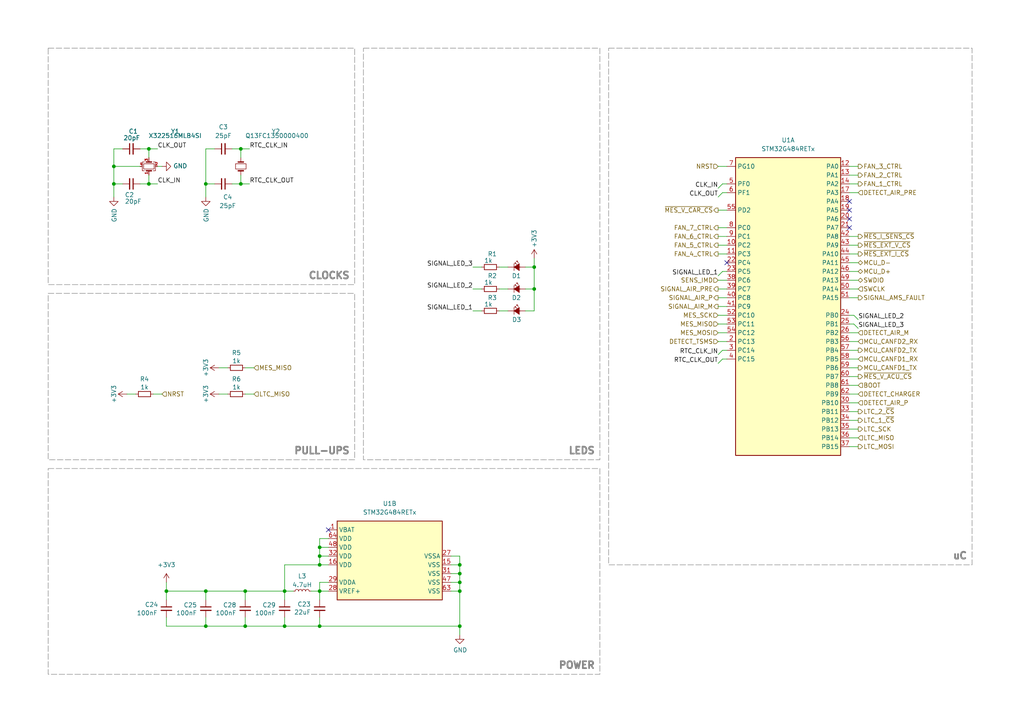
<source format=kicad_sch>
(kicad_sch (version 20231120) (generator "eeschema") (generator_version "8.0")
  (paper "A4")
  (lib_symbols
    (symbol "+3.3V_1" (power) (pin_names (offset 0))
      (property "Value" "+3.3V" (at 0 3.556 0))
      (symbol "+3.3V_1_0_1"
        (polyline (pts (xy -0.762 1.27) (xy 0 2.54)))
        (polyline (pts (xy 0 0) (xy 0 2.54)))
        (polyline (pts (xy 0 2.54) (xy 0.762 1.27)))
      )
      (symbol "+3.3V_1_1_1"
        (pin power_in line (at 0 0 90) (length 0) hide (name "+3V3") (number "1"))
      )
    )
    (symbol "+3.3V_2" (power) (pin_names (offset 0))
      (property "Value" "+3.3V" (at 0 3.556 0))
      (symbol "+3.3V_2_0_1"
        (polyline (pts (xy -0.762 1.27) (xy 0 2.54)))
        (polyline (pts (xy 0 0) (xy 0 2.54)))
        (polyline (pts (xy 0 2.54) (xy 0.762 1.27)))
      )
      (symbol "+3.3V_2_1_1"
        (pin power_in line (at 0 0 90) (length 0) hide (name "+3V3") (number "1"))
      )
    )
    (symbol "+3.3V_3" (power) (pin_names (offset 0))
      (property "Value" "+3.3V" (at 0 3.556 0))
      (symbol "+3.3V_3_0_1"
        (polyline (pts (xy -0.762 1.27) (xy 0 2.54)))
        (polyline (pts (xy 0 0) (xy 0 2.54)))
        (polyline (pts (xy 0 2.54) (xy 0.762 1.27)))
      )
      (symbol "+3.3V_3_1_1"
        (pin power_in line (at 0 0 90) (length 0) hide (name "+3V3") (number "1"))
      )
    )
    (symbol "+3.3V_4" (power) (pin_names (offset 0))
      (property "Value" "+3.3V" (at 0 3.556 0))
      (symbol "+3.3V_4_0_1"
        (polyline (pts (xy -0.762 1.27) (xy 0 2.54)))
        (polyline (pts (xy 0 0) (xy 0 2.54)))
        (polyline (pts (xy 0 2.54) (xy 0.762 1.27)))
      )
      (symbol "+3.3V_4_1_1"
        (pin power_in line (at 0 0 90) (length 0) hide (name "+3V3") (number "1"))
      )
    )
    (symbol "Device:C_Small" (pin_numbers hide) (pin_names (offset 0.254) hide)
      (property "Reference" "C" (at 0.254 1.778 0))
      (property "Value" "C_Small" (at 0.254 -2.032 0))
      (symbol "C_Small_0_1"
        (polyline (pts (xy -1.524 -0.508) (xy 1.524 -0.508)) (stroke (width 0.3302)))
        (polyline (pts (xy -1.524 0.508) (xy 1.524 0.508)) (stroke (width 0.3048)))
      )
      (symbol "C_Small_1_1"
        (pin passive line (at 0 2.54 270) (length 2.032) (name "~") (number "1"))
        (pin passive line (at 0 -2.54 90) (length 2.032) (name "~") (number "2"))
      )
    )
    (symbol "Device:Crystal_GND24_Small" (pin_names (offset 1.016) hide)
      (property "Reference" "Y" (at 1.27 4.445 0))
      (property "Value" "Crystal_GND24_Small" (at 1.27 2.54 0))
      (symbol "Crystal_GND24_Small_0_1"
        (rectangle (start -0.762 -1.524) (end 0.762 1.524))
        (polyline (pts (xy -1.27 -0.762) (xy -1.27 0.762)) (stroke (width 0.381)))
        (polyline (pts (xy 1.27 -0.762) (xy 1.27 0.762)) (stroke (width 0.381)))
        (polyline (pts (xy -1.27 -1.27) (xy -1.27 -1.905) (xy 1.27 -1.905) (xy 1.27 -1.27)))
        (polyline (pts (xy -1.27 1.27) (xy -1.27 1.905) (xy 1.27 1.905) (xy 1.27 1.27)))
      )
      (symbol "Crystal_GND24_Small_1_1"
        (pin passive line (at -2.54 0 0) (length 1.27) (name "1") (number "1"))
        (pin passive line (at 0 -2.54 90) (length 0.635) (name "2") (number "2"))
        (pin passive line (at 2.54 0 180) (length 1.27) (name "3") (number "3"))
        (pin passive line (at 0 2.54 270) (length 0.635) (name "4") (number "4"))
      )
    )
    (symbol "Device:Crystal_Small" (pin_numbers hide) (pin_names (offset 1.016) hide)
      (property "Reference" "Y" (at 0 2.54 0))
      (property "Value" "Crystal_Small" (at 0 -2.54 0))
      (symbol "Crystal_Small_0_1"
        (rectangle (start -0.762 -1.524) (end 0.762 1.524))
        (polyline (pts (xy -1.27 -0.762) (xy -1.27 0.762)) (stroke (width 0.381)))
        (polyline (pts (xy 1.27 -0.762) (xy 1.27 0.762)) (stroke (width 0.381)))
      )
      (symbol "Crystal_Small_1_1"
        (pin passive line (at -2.54 0 0) (length 1.27) (name "1") (number "1"))
        (pin passive line (at 2.54 0 180) (length 1.27) (name "2") (number "2"))
      )
    )
    (symbol "Device:LED_Small_ALT" (pin_numbers hide) (pin_names (offset 0.254) hide)
      (property "Reference" "D" (at -1.27 3.175 0))
      (property "Value" "Device_LED_Small_ALT" (at -4.445 -2.54 0))
      (symbol "LED_Small_ALT_0_1"
        (polyline (pts (xy -0.762 -1.016) (xy -0.762 1.016)))
        (polyline (pts (xy 1.016 0) (xy -0.762 0)))
        (polyline (pts (xy 0.762 -1.016) (xy -0.762 0) (xy 0.762 1.016) (xy 0.762 -1.016)) (fill (type outline)))
        (polyline (pts (xy 0 0.762) (xy -0.508 1.27) (xy -0.254 1.27) (xy -0.508 1.27) (xy -0.508 1.016)))
        (polyline (pts (xy 0.508 1.27) (xy 0 1.778) (xy 0.254 1.778) (xy 0 1.778) (xy 0 1.524)))
      )
      (symbol "LED_Small_ALT_1_1"
        (pin passive line (at -2.54 0 0) (length 1.778) (name "K") (number "1"))
        (pin passive line (at 2.54 0 180) (length 1.778) (name "A") (number "2"))
      )
    )
    (symbol "Device:L_Small" (pin_numbers hide) (pin_names (offset 0.254) hide)
      (property "Reference" "L" (at 0.762 1.016 0))
      (property "Value" "L_Small" (at 0.762 -1.016 0))
      (symbol "L_Small_0_1"
        (arc (start 0 -2.032) (mid 0.5058 -1.524) (end 0 -1.016))
        (arc (start 0 -1.016) (mid 0.5058 -0.508) (end 0 0))
        (arc (start 0 0) (mid 0.5058 0.508) (end 0 1.016))
        (arc (start 0 1.016) (mid 0.5058 1.524) (end 0 2.032))
      )
      (symbol "L_Small_1_1"
        (pin passive line (at 0 2.54 270) (length 0.508) (name "~") (number "1"))
        (pin passive line (at 0 -2.54 90) (length 0.508) (name "~") (number "2"))
      )
    )
    (symbol "Device:R_Small" (pin_numbers hide) (pin_names (offset 0.254) hide)
      (property "Reference" "R" (at 0.762 0.508 0))
      (property "Value" "R_Small" (at 0.762 -1.016 0))
      (symbol "R_Small_0_1"
        (rectangle (start -0.762 1.778) (end 0.762 -1.778) (stroke (width 0.2032)))
      )
      (symbol "R_Small_1_1"
        (pin passive line (at 0 2.54 270) (length 0.762) (name "~") (number "1"))
        (pin passive line (at 0 -2.54 90) (length 0.762) (name "~") (number "2"))
      )
    )
    (symbol "GND_1" (power) (pin_names (offset 0))
      (property "Value" "GND" (at 0 -3.81 0))
      (symbol "GND_1_0_1"
        (polyline (pts (xy 0 0) (xy 0 -1.27) (xy 1.27 -1.27) (xy 0 -2.54) (xy -1.27 -1.27) (xy 0 -1.27)))
      )
      (symbol "GND_1_1_1"
        (pin power_in line (at 0 0 270) (length 0) hide (name "GND") (number "1"))
      )
    )
    (symbol "GND_2" (power) (pin_names (offset 0))
      (property "Value" "GND" (at 0 -3.81 0))
      (symbol "GND_2_0_1"
        (polyline (pts (xy 0 0) (xy 0 -1.27) (xy 1.27 -1.27) (xy 0 -2.54) (xy -1.27 -1.27) (xy 0 -1.27)))
      )
      (symbol "GND_2_1_1"
        (pin power_in line (at 0 0 270) (length 0) hide (name "GND") (number "1"))
      )
    )
    (symbol "GND_3" (power) (pin_names (offset 0))
      (property "Value" "GND" (at 0 -3.81 0))
      (symbol "GND_3_0_1"
        (polyline (pts (xy 0 0) (xy 0 -1.27) (xy 1.27 -1.27) (xy 0 -2.54) (xy -1.27 -1.27) (xy 0 -1.27)))
      )
      (symbol "GND_3_1_1"
        (pin power_in line (at 0 0 270) (length 0) hide (name "GND") (number "1"))
      )
    )
    (symbol "MCU_ST_STM32G4:STM32G484RETx"
      (property "Reference" "U1" (at 0 16.51 0))
      (property "Value" "STM32G484RETx" (at 0 13.97 0))
      (symbol "STM32G484RETx_1_1"
        (rectangle (start -15.24 43.18) (end 15.24 -43.18) (stroke (width 0.254)) (fill (type background)))
        (pin bidirectional line (at -17.78 17.78 0) (length 2.54) (name "PC2") (number "10"))
        (pin bidirectional line (at -17.78 15.24 0) (length 2.54) (name "PC3") (number "11"))
        (pin bidirectional line (at 17.78 40.64 180) (length 2.54) (name "PA0") (number "12"))
        (pin bidirectional line (at 17.78 38.1 180) (length 2.54) (name "PA1") (number "13"))
        (pin bidirectional line (at 17.78 35.56 180) (length 2.54) (name "PA2") (number "14"))
        (pin bidirectional line (at 17.78 33.02 180) (length 2.54) (name "PA3") (number "17"))
        (pin bidirectional line (at 17.78 30.48 180) (length 2.54) (name "PA4") (number "18"))
        (pin bidirectional line (at 17.78 27.94 180) (length 2.54) (name "PA5") (number "19"))
        (pin bidirectional line (at -17.78 -10.16 0) (length 2.54) (name "PC13") (number "2"))
        (pin bidirectional line (at 17.78 25.4 180) (length 2.54) (name "PA6") (number "20"))
        (pin bidirectional line (at 17.78 22.86 180) (length 2.54) (name "PA7") (number "21"))
        (pin bidirectional line (at -17.78 12.7 0) (length 2.54) (name "PC4") (number "22"))
        (pin bidirectional line (at -17.78 10.16 0) (length 2.54) (name "PC5") (number "23"))
        (pin bidirectional line (at 17.78 -2.54 180) (length 2.54) (name "PB0") (number "24"))
        (pin bidirectional line (at 17.78 -5.08 180) (length 2.54) (name "PB1") (number "25"))
        (pin bidirectional line (at 17.78 -7.62 180) (length 2.54) (name "PB2") (number "26"))
        (pin bidirectional line (at -17.78 -12.7 0) (length 2.54) (name "PC14") (number "3"))
        (pin bidirectional line (at 17.78 -27.94 180) (length 2.54) (name "PB10") (number "30"))
        (pin bidirectional line (at 17.78 -30.48 180) (length 2.54) (name "PB11") (number "33"))
        (pin bidirectional line (at 17.78 -33.02 180) (length 2.54) (name "PB12") (number "34"))
        (pin bidirectional line (at 17.78 -35.56 180) (length 2.54) (name "PB13") (number "35"))
        (pin bidirectional line (at 17.78 -38.1 180) (length 2.54) (name "PB14") (number "36"))
        (pin bidirectional line (at 17.78 -40.64 180) (length 2.54) (name "PB15") (number "37"))
        (pin bidirectional line (at -17.78 7.62 0) (length 2.54) (name "PC6") (number "38"))
        (pin bidirectional line (at -17.78 5.08 0) (length 2.54) (name "PC7") (number "39"))
        (pin bidirectional line (at -17.78 -15.24 0) (length 2.54) (name "PC15") (number "4"))
        (pin bidirectional line (at -17.78 2.54 0) (length 2.54) (name "PC8") (number "40"))
        (pin bidirectional line (at -17.78 0 0) (length 2.54) (name "PC9") (number "41"))
        (pin bidirectional line (at 17.78 20.32 180) (length 2.54) (name "PA8") (number "42"))
        (pin bidirectional line (at 17.78 17.78 180) (length 2.54) (name "PA9") (number "43"))
        (pin bidirectional line (at 17.78 15.24 180) (length 2.54) (name "PA10") (number "44"))
        (pin bidirectional line (at 17.78 12.7 180) (length 2.54) (name "PA11") (number "45"))
        (pin bidirectional line (at 17.78 10.16 180) (length 2.54) (name "PA12") (number "46"))
        (pin bidirectional line (at 17.78 7.62 180) (length 2.54) (name "PA13") (number "49"))
        (pin bidirectional line (at -17.78 35.56 0) (length 2.54) (name "PF0") (number "5"))
        (pin bidirectional line (at 17.78 5.08 180) (length 2.54) (name "PA14") (number "50"))
        (pin bidirectional line (at 17.78 2.54 180) (length 2.54) (name "PA15") (number "51"))
        (pin bidirectional line (at -17.78 -2.54 0) (length 2.54) (name "PC10") (number "52"))
        (pin bidirectional line (at -17.78 -5.08 0) (length 2.54) (name "PC11") (number "53"))
        (pin bidirectional line (at -17.78 -7.62 0) (length 2.54) (name "PC12") (number "54"))
        (pin bidirectional line (at -17.78 27.94 0) (length 2.54) (name "PD2") (number "55"))
        (pin bidirectional line (at 17.78 -10.16 180) (length 2.54) (name "PB3") (number "56"))
        (pin bidirectional line (at 17.78 -12.7 180) (length 2.54) (name "PB4") (number "57"))
        (pin bidirectional line (at 17.78 -15.24 180) (length 2.54) (name "PB5") (number "58"))
        (pin bidirectional line (at 17.78 -17.78 180) (length 2.54) (name "PB6") (number "59"))
        (pin bidirectional line (at -17.78 33.02 0) (length 2.54) (name "PF1") (number "6"))
        (pin bidirectional line (at 17.78 -20.32 180) (length 2.54) (name "PB7") (number "60"))
        (pin bidirectional line (at 17.78 -22.86 180) (length 2.54) (name "PB8") (number "61"))
        (pin bidirectional line (at 17.78 -25.4 180) (length 2.54) (name "PB9") (number "62"))
        (pin bidirectional line (at -17.78 40.64 0) (length 2.54) (name "PG10") (number "7"))
        (pin bidirectional line (at -17.78 22.86 0) (length 2.54) (name "PC0") (number "8"))
        (pin bidirectional line (at -17.78 20.32 0) (length 2.54) (name "PC1") (number "9"))
      )
      (symbol "STM32G484RETx_2_1"
        (rectangle (start -15.24 11.43) (end 15.24 -11.43) (stroke (width 0.254)) (fill (type background)))
        (pin power_in line (at -17.78 8.89 0) (length 2.54) (name "VBAT") (number "1"))
        (pin power_in line (at 17.78 -1.27 180) (length 2.54) (name "VSS") (number "15"))
        (pin power_in line (at -17.78 -1.27 0) (length 2.54) (name "VDD") (number "16"))
        (pin power_in line (at 17.78 1.27 180) (length 2.54) (name "VSSA") (number "27"))
        (pin input line (at -17.78 -8.89 0) (length 2.54) (name "VREF+") (number "28"))
        (pin power_in line (at -17.78 -6.35 0) (length 2.54) (name "VDDA") (number "29"))
        (pin passive line (at 17.78 -3.81 180) (length 2.54) (name "VSS") (number "31"))
        (pin power_in line (at -17.78 1.27 0) (length 2.54) (name "VDD") (number "32"))
        (pin passive line (at 17.78 -6.35 180) (length 2.54) (name "VSS") (number "47"))
        (pin power_in line (at -17.78 3.81 0) (length 2.54) (name "VDD") (number "48"))
        (pin passive line (at 17.78 -8.89 180) (length 2.54) (name "VSS") (number "63"))
        (pin power_in line (at -17.78 6.35 0) (length 2.54) (name "VDD") (number "64"))
      )
    )
    (symbol "STM32G484RETx_1"
      (property "Reference" "U1" (at 0 16.51 0))
      (property "Value" "STM32G484RETx" (at 0 13.97 0))
      (symbol "STM32G484RETx_1_1_1"
        (rectangle (start -15.24 43.18) (end 15.24 -43.18) (stroke (width 0.254)) (fill (type background)))
        (pin bidirectional line (at -17.78 17.78 0) (length 2.54) (name "PC2") (number "10"))
        (pin bidirectional line (at -17.78 15.24 0) (length 2.54) (name "PC3") (number "11"))
        (pin bidirectional line (at 17.78 40.64 180) (length 2.54) (name "PA0") (number "12"))
        (pin bidirectional line (at 17.78 38.1 180) (length 2.54) (name "PA1") (number "13"))
        (pin bidirectional line (at 17.78 35.56 180) (length 2.54) (name "PA2") (number "14"))
        (pin bidirectional line (at 17.78 33.02 180) (length 2.54) (name "PA3") (number "17"))
        (pin bidirectional line (at 17.78 30.48 180) (length 2.54) (name "PA4") (number "18"))
        (pin bidirectional line (at 17.78 27.94 180) (length 2.54) (name "PA5") (number "19"))
        (pin bidirectional line (at -17.78 -10.16 0) (length 2.54) (name "PC13") (number "2"))
        (pin bidirectional line (at 17.78 25.4 180) (length 2.54) (name "PA6") (number "20"))
        (pin bidirectional line (at 17.78 22.86 180) (length 2.54) (name "PA7") (number "21"))
        (pin bidirectional line (at -17.78 12.7 0) (length 2.54) (name "PC4") (number "22"))
        (pin bidirectional line (at -17.78 10.16 0) (length 2.54) (name "PC5") (number "23"))
        (pin bidirectional line (at 17.78 -2.54 180) (length 2.54) (name "PB0") (number "24"))
        (pin bidirectional line (at 17.78 -5.08 180) (length 2.54) (name "PB1") (number "25"))
        (pin bidirectional line (at 17.78 -7.62 180) (length 2.54) (name "PB2") (number "26"))
        (pin bidirectional line (at -17.78 -12.7 0) (length 2.54) (name "PC14") (number "3"))
        (pin bidirectional line (at 17.78 -27.94 180) (length 2.54) (name "PB10") (number "30"))
        (pin bidirectional line (at 17.78 -30.48 180) (length 2.54) (name "PB11") (number "33"))
        (pin bidirectional line (at 17.78 -33.02 180) (length 2.54) (name "PB12") (number "34"))
        (pin bidirectional line (at 17.78 -35.56 180) (length 2.54) (name "PB13") (number "35"))
        (pin bidirectional line (at 17.78 -38.1 180) (length 2.54) (name "PB14") (number "36"))
        (pin bidirectional line (at 17.78 -40.64 180) (length 2.54) (name "PB15") (number "37"))
        (pin bidirectional line (at -17.78 7.62 0) (length 2.54) (name "PC6") (number "38"))
        (pin bidirectional line (at -17.78 5.08 0) (length 2.54) (name "PC7") (number "39"))
        (pin bidirectional line (at -17.78 -15.24 0) (length 2.54) (name "PC15") (number "4"))
        (pin bidirectional line (at -17.78 2.54 0) (length 2.54) (name "PC8") (number "40"))
        (pin bidirectional line (at -17.78 0 0) (length 2.54) (name "PC9") (number "41"))
        (pin bidirectional line (at 17.78 20.32 180) (length 2.54) (name "PA8") (number "42"))
        (pin bidirectional line (at 17.78 17.78 180) (length 2.54) (name "PA9") (number "43"))
        (pin bidirectional line (at 17.78 15.24 180) (length 2.54) (name "PA10") (number "44"))
        (pin bidirectional line (at 17.78 12.7 180) (length 2.54) (name "PA11") (number "45"))
        (pin bidirectional line (at 17.78 10.16 180) (length 2.54) (name "PA12") (number "46"))
        (pin bidirectional line (at 17.78 7.62 180) (length 2.54) (name "PA13") (number "49"))
        (pin bidirectional line (at -17.78 35.56 0) (length 2.54) (name "PF0") (number "5"))
        (pin bidirectional line (at 17.78 5.08 180) (length 2.54) (name "PA14") (number "50"))
        (pin bidirectional line (at 17.78 2.54 180) (length 2.54) (name "PA15") (number "51"))
        (pin bidirectional line (at -17.78 -2.54 0) (length 2.54) (name "PC10") (number "52"))
        (pin bidirectional line (at -17.78 -5.08 0) (length 2.54) (name "PC11") (number "53"))
        (pin bidirectional line (at -17.78 -7.62 0) (length 2.54) (name "PC12") (number "54"))
        (pin bidirectional line (at -17.78 27.94 0) (length 2.54) (name "PD2") (number "55"))
        (pin bidirectional line (at 17.78 -10.16 180) (length 2.54) (name "PB3") (number "56"))
        (pin bidirectional line (at 17.78 -12.7 180) (length 2.54) (name "PB4") (number "57"))
        (pin bidirectional line (at 17.78 -15.24 180) (length 2.54) (name "PB5") (number "58"))
        (pin bidirectional line (at 17.78 -17.78 180) (length 2.54) (name "PB6") (number "59"))
        (pin bidirectional line (at -17.78 33.02 0) (length 2.54) (name "PF1") (number "6"))
        (pin bidirectional line (at 17.78 -20.32 180) (length 2.54) (name "PB7") (number "60"))
        (pin bidirectional line (at 17.78 -22.86 180) (length 2.54) (name "PB8") (number "61"))
        (pin bidirectional line (at 17.78 -25.4 180) (length 2.54) (name "PB9") (number "62"))
        (pin bidirectional line (at -17.78 40.64 0) (length 2.54) (name "PG10") (number "7"))
        (pin bidirectional line (at -17.78 22.86 0) (length 2.54) (name "PC0") (number "8"))
        (pin bidirectional line (at -17.78 20.32 0) (length 2.54) (name "PC1") (number "9"))
      )
      (symbol "STM32G484RETx_1_2_1"
        (rectangle (start -15.24 11.43) (end 15.24 -11.43) (stroke (width 0.254)) (fill (type background)))
        (pin power_in line (at -17.78 8.89 0) (length 2.54) (name "VBAT") (number "1"))
        (pin power_in line (at 17.78 -1.27 180) (length 2.54) (name "VSS") (number "15"))
        (pin power_in line (at -17.78 -1.27 0) (length 2.54) (name "VDD") (number "16"))
        (pin power_in line (at 17.78 1.27 180) (length 2.54) (name "VSSA") (number "27"))
        (pin input line (at -17.78 -8.89 0) (length 2.54) (name "VREF+") (number "28"))
        (pin power_in line (at -17.78 -6.35 0) (length 2.54) (name "VDDA") (number "29"))
        (pin passive line (at 17.78 -3.81 180) (length 2.54) (name "VSS") (number "31"))
        (pin power_in line (at -17.78 1.27 0) (length 2.54) (name "VDD") (number "32"))
        (pin passive line (at 17.78 -6.35 180) (length 2.54) (name "VSS") (number "47"))
        (pin power_in line (at -17.78 3.81 0) (length 2.54) (name "VDD") (number "48"))
        (pin passive line (at 17.78 -8.89 180) (length 2.54) (name "VSS") (number "63"))
        (pin power_in line (at -17.78 6.35 0) (length 2.54) (name "VDD") (number "64"))
      )
    )
    (symbol "power:+3.3V" (power) (pin_names (offset 0))
      (property "Value" "+3.3V" (at 0 3.556 0))
      (symbol "+3.3V_0_1"
        (polyline (pts (xy -0.762 1.27) (xy 0 2.54)))
        (polyline (pts (xy 0 0) (xy 0 2.54)))
        (polyline (pts (xy 0 2.54) (xy 0.762 1.27)))
      )
      (symbol "+3.3V_1_1"
        (pin power_in line (at 0 0 90) (length 0) hide (name "+3V3") (number "1"))
      )
    )
    (symbol "power:GND" (power) (pin_names (offset 0))
      (property "Value" "GND" (at 0 -3.81 0))
      (symbol "GND_0_1"
        (polyline (pts (xy 0 0) (xy 0 -1.27) (xy 1.27 -1.27) (xy 0 -2.54) (xy -1.27 -1.27) (xy 0 -1.27)))
      )
      (symbol "GND_1_1"
        (pin power_in line (at 0 0 270) (length 0) hide (name "GND") (number "1"))
      )
    )
  )
  (junction (at 154.94 77.47))
  (junction (at 82.55 171.45))
  (junction (at 69.85 53.34))
  (junction (at 92.71 171.45))
  (junction (at 69.85 43.18))
  (junction (at 133.35 168.91))
  (junction (at 71.12 171.45))
  (junction (at 154.94 83.82))
  (junction (at 48.26 171.45))
  (junction (at 133.35 163.83))
  (junction (at 59.69 171.45))
  (junction (at 59.69 181.61))
  (junction (at 92.71 163.83))
  (junction (at 59.69 53.34))
  (junction (at 92.71 181.61))
  (junction (at 33.02 48.26))
  (junction (at 92.71 161.29))
  (junction (at 92.71 158.75))
  (junction (at 133.35 171.45))
  (junction (at 71.12 181.61))
  (junction (at 82.55 181.61))
  (junction (at 133.35 166.37))
  (junction (at 43.18 43.18))
  (junction (at 33.02 53.34))
  (junction (at 43.18 53.34))
  (junction (at 133.35 181.61))
  (no_connect (at 246.38 63.5))
  (no_connect (at 246.38 60.96))
  (no_connect (at 95.25 153.67))
  (no_connect (at 246.38 66.04))
  (no_connect (at 246.38 58.42))
  (no_connect (at 210.82 76.2))
  (wire (pts (xy 248.92 83.82) (xy 246.38 83.82)))
  (wire (pts (xy 69.85 50.8) (xy 69.85 53.34)))
  (wire (pts (xy 248.92 76.2) (xy 246.38 76.2)))
  (wire (pts (xy 95.25 156.21) (xy 92.71 156.21)))
  (wire (pts (xy 208.28 93.98) (xy 210.82 93.98)))
  (wire (pts (xy 92.71 171.45) (xy 95.25 171.45)))
  (wire (pts (xy 133.35 171.45) (xy 133.35 181.61)))
  (wire (pts (xy 208.28 71.12) (xy 210.82 71.12)))
  (wire (pts (xy 48.26 181.61) (xy 59.69 181.61)))
  (wire (pts (xy 43.18 43.18) (xy 40.64 43.18)))
  (wire (pts (xy 82.55 171.45) (xy 85.09 171.45)))
  (wire (pts (xy 67.31 53.34) (xy 69.85 53.34)))
  (wire (pts (xy 82.55 179.07) (xy 82.55 181.61)))
  (wire (pts (xy 71.12 106.68) (xy 73.66 106.68)))
  (wire (pts (xy 246.38 91.44) (xy 247.65 91.44)))
  (wire (pts (xy 248.92 68.58) (xy 246.38 68.58)))
  (wire (pts (xy 147.32 90.17) (xy 144.78 90.17)))
  (wire (pts (xy 33.02 48.26) (xy 40.64 48.26)))
  (wire (pts (xy 248.92 106.68) (xy 246.38 106.68)))
  (wire (pts (xy 208.28 86.36) (xy 210.82 86.36)))
  (wire (pts (xy 248.92 119.38) (xy 246.38 119.38)))
  (wire (pts (xy 48.26 171.45) (xy 59.69 171.45)))
  (wire (pts (xy 248.92 127) (xy 246.38 127)))
  (wire (pts (xy 248.92 121.92) (xy 246.38 121.92)))
  (wire (pts (xy 208.28 81.28) (xy 210.82 81.28)))
  (wire (pts (xy 59.69 179.07) (xy 59.69 181.61)))
  (wire (pts (xy 139.7 77.47) (xy 137.16 77.47)))
  (wire (pts (xy 208.28 83.82) (xy 210.82 83.82)))
  (wire (pts (xy 147.32 77.47) (xy 144.78 77.47)))
  (wire (pts (xy 209.55 101.6) (xy 210.82 101.6)))
  (wire (pts (xy 154.94 74.93) (xy 154.94 77.47)))
  (wire (pts (xy 92.71 181.61) (xy 133.35 181.61)))
  (wire (pts (xy 82.55 171.45) (xy 71.12 171.45)))
  (wire (pts (xy 48.26 168.91) (xy 48.26 171.45)))
  (wire (pts (xy 35.56 43.18) (xy 33.02 43.18)))
  (wire (pts (xy 208.28 105.41) (xy 209.55 104.14)))
  (wire (pts (xy 71.12 171.45) (xy 59.69 171.45)))
  (wire (pts (xy 71.12 181.61) (xy 59.69 181.61)))
  (wire (pts (xy 33.02 53.34) (xy 35.56 53.34)))
  (wire (pts (xy 248.92 109.22) (xy 246.38 109.22)))
  (wire (pts (xy 95.25 163.83) (xy 92.71 163.83)))
  (wire (pts (xy 82.55 181.61) (xy 92.71 181.61)))
  (wire (pts (xy 208.28 54.61) (xy 209.55 53.34)))
  (wire (pts (xy 130.81 168.91) (xy 133.35 168.91)))
  (wire (pts (xy 67.31 43.18) (xy 69.85 43.18)))
  (wire (pts (xy 248.92 73.66) (xy 246.38 73.66)))
  (wire (pts (xy 208.28 48.26) (xy 210.82 48.26)))
  (wire (pts (xy 208.28 73.66) (xy 210.82 73.66)))
  (wire (pts (xy 33.02 57.15) (xy 33.02 53.34)))
  (wire (pts (xy 248.92 55.88) (xy 246.38 55.88)))
  (wire (pts (xy 152.4 90.17) (xy 154.94 90.17)))
  (wire (pts (xy 44.45 114.3) (xy 46.99 114.3)))
  (wire (pts (xy 210.82 78.74) (xy 209.55 78.74)))
  (wire (pts (xy 248.92 71.12) (xy 246.38 71.12)))
  (wire (pts (xy 95.25 168.91) (xy 92.71 168.91)))
  (wire (pts (xy 43.18 43.18) (xy 45.72 43.18)))
  (wire (pts (xy 248.92 96.52) (xy 246.38 96.52)))
  (wire (pts (xy 82.55 163.83) (xy 82.55 171.45)))
  (wire (pts (xy 95.25 158.75) (xy 92.71 158.75)))
  (wire (pts (xy 248.92 78.74) (xy 246.38 78.74)))
  (wire (pts (xy 147.32 83.82) (xy 144.78 83.82)))
  (wire (pts (xy 59.69 43.18) (xy 59.69 53.34)))
  (wire (pts (xy 133.35 163.83) (xy 133.35 166.37)))
  (wire (pts (xy 208.28 80.01) (xy 209.55 78.74)))
  (wire (pts (xy 63.5 114.3) (xy 66.04 114.3)))
  (wire (pts (xy 139.7 90.17) (xy 137.16 90.17)))
  (wire (pts (xy 248.92 48.26) (xy 246.38 48.26)))
  (wire (pts (xy 208.28 91.44) (xy 210.82 91.44)))
  (wire (pts (xy 208.28 99.06) (xy 210.82 99.06)))
  (wire (pts (xy 71.12 114.3) (xy 73.66 114.3)))
  (wire (pts (xy 246.38 114.3) (xy 248.92 114.3)))
  (wire (pts (xy 248.92 124.46) (xy 246.38 124.46)))
  (wire (pts (xy 92.71 168.91) (xy 92.71 171.45)))
  (wire (pts (xy 92.71 163.83) (xy 82.55 163.83)))
  (wire (pts (xy 63.5 106.68) (xy 66.04 106.68)))
  (wire (pts (xy 208.28 96.52) (xy 210.82 96.52)))
  (wire (pts (xy 208.28 57.15) (xy 209.55 55.88)))
  (wire (pts (xy 209.55 55.88) (xy 210.82 55.88)))
  (wire (pts (xy 90.17 171.45) (xy 92.71 171.45)))
  (wire (pts (xy 246.38 86.36) (xy 248.92 86.36)))
  (wire (pts (xy 152.4 77.47) (xy 154.94 77.47)))
  (wire (pts (xy 248.92 53.34) (xy 246.38 53.34)))
  (wire (pts (xy 33.02 43.18) (xy 33.02 48.26)))
  (wire (pts (xy 92.71 161.29) (xy 92.71 163.83)))
  (wire (pts (xy 130.81 171.45) (xy 133.35 171.45)))
  (wire (pts (xy 69.85 53.34) (xy 72.39 53.34)))
  (wire (pts (xy 248.92 111.76) (xy 246.38 111.76)))
  (wire (pts (xy 248.92 101.6) (xy 246.38 101.6)))
  (wire (pts (xy 59.69 171.45) (xy 59.69 173.99)))
  (wire (pts (xy 208.28 102.87) (xy 209.55 101.6)))
  (wire (pts (xy 130.81 166.37) (xy 133.35 166.37)))
  (wire (pts (xy 248.92 99.06) (xy 246.38 99.06)))
  (wire (pts (xy 92.71 171.45) (xy 92.71 173.99)))
  (wire (pts (xy 130.81 161.29) (xy 133.35 161.29)))
  (wire (pts (xy 69.85 43.18) (xy 69.85 45.72)))
  (wire (pts (xy 209.55 104.14) (xy 210.82 104.14)))
  (wire (pts (xy 48.26 179.07) (xy 48.26 181.61)))
  (wire (pts (xy 208.28 60.96) (xy 210.82 60.96)))
  (wire (pts (xy 71.12 179.07) (xy 71.12 181.61)))
  (wire (pts (xy 248.92 50.8) (xy 246.38 50.8)))
  (wire (pts (xy 248.92 81.28) (xy 246.38 81.28)))
  (wire (pts (xy 95.25 161.29) (xy 92.71 161.29)))
  (wire (pts (xy 247.65 93.98) (xy 248.92 95.25)))
  (wire (pts (xy 59.69 57.15) (xy 59.69 53.34)))
  (wire (pts (xy 133.35 181.61) (xy 133.35 184.15)))
  (wire (pts (xy 246.38 93.98) (xy 247.65 93.98)))
  (wire (pts (xy 247.65 91.44) (xy 248.92 92.71)))
  (wire (pts (xy 208.28 68.58) (xy 210.82 68.58)))
  (wire (pts (xy 248.92 104.14) (xy 246.38 104.14)))
  (wire (pts (xy 43.18 43.18) (xy 43.18 45.72)))
  (wire (pts (xy 45.72 48.26) (xy 46.99 48.26)))
  (wire (pts (xy 59.69 53.34) (xy 62.23 53.34)))
  (wire (pts (xy 92.71 158.75) (xy 92.71 161.29)))
  (wire (pts (xy 248.92 116.84) (xy 246.38 116.84)))
  (wire (pts (xy 208.28 66.04) (xy 210.82 66.04)))
  (wire (pts (xy 209.55 53.34) (xy 210.82 53.34)))
  (wire (pts (xy 154.94 83.82) (xy 154.94 90.17)))
  (wire (pts (xy 152.4 83.82) (xy 154.94 83.82)))
  (wire (pts (xy 71.12 181.61) (xy 82.55 181.61)))
  (wire (pts (xy 40.64 53.34) (xy 43.18 53.34)))
  (wire (pts (xy 48.26 171.45) (xy 48.26 173.99)))
  (wire (pts (xy 43.18 50.8) (xy 43.18 53.34)))
  (wire (pts (xy 139.7 83.82) (xy 137.16 83.82)))
  (wire (pts (xy 208.28 88.9) (xy 210.82 88.9)))
  (wire (pts (xy 133.35 161.29) (xy 133.35 163.83)))
  (wire (pts (xy 154.94 77.47) (xy 154.94 83.82)))
  (wire (pts (xy 69.85 43.18) (xy 72.39 43.18)))
  (wire (pts (xy 62.23 43.18) (xy 59.69 43.18)))
  (wire (pts (xy 43.18 53.34) (xy 45.72 53.34)))
  (wire (pts (xy 36.83 114.3) (xy 39.37 114.3)))
  (wire (pts (xy 71.12 171.45) (xy 71.12 173.99)))
  (wire (pts (xy 130.81 163.83) (xy 133.35 163.83)))
  (wire (pts (xy 92.71 156.21) (xy 92.71 158.75)))
  (wire (pts (xy 133.35 166.37) (xy 133.35 168.91)))
  (wire (pts (xy 33.02 48.26) (xy 33.02 53.34)))
  (wire (pts (xy 92.71 181.61) (xy 92.71 179.07)))
  (wire (pts (xy 82.55 171.45) (xy 82.55 173.99)))
  (wire (pts (xy 248.92 129.54) (xy 246.38 129.54)))
  (wire (pts (xy 133.35 168.91) (xy 133.35 171.45)))
  (rectangle (start 105.41 13.97) (end 173.99 133.35) (stroke (width 0) (type dash) (color 132 132 132 1)))
  (rectangle (start 13.97 85.09) (end 102.87 133.35) (stroke (width 0) (type dash) (color 132 132 132 1)))
  (rectangle (start 13.97 13.97) (end 102.87 82.55) (stroke (width 0) (type dash) (color 132 132 132 1)))
  (rectangle (start 176.53 13.97) (end 281.94 163.83) (stroke (width 0) (type dash) (color 132 132 132 1)))
  (rectangle (start 13.97 135.89) (end 173.99 195.58) (stroke (width 0) (type dash) (color 132 132 132 1)))
  (text "PULL-UPS" (at 101.6 132.08 0) (effects (font (size 2 2) (thickness 1) (bold yes)) (justify right bottom)))
  (text "LEDS" (at 172.72 132.08 0) (effects (font (size 2 2) (thickness 1) (bold yes)) (justify right bottom)))
  (text "CLOCKS" (at 101.6 81.28 0) (effects (font (size 2 2) (thickness 1) (bold yes)) (justify right bottom)))
  (text "uC" (at 280.67 162.56 0) (effects (font (size 2 2) (thickness 1) (bold yes)) (justify right bottom)))
  (text "POWER" (at 172.72 194.31 0) (effects (font (size 2 2) (thickness 1) (bold yes)) (justify right bottom)))
  (label "RTC_CLK_OUT" (at 72.39 53.34 0))
  (label "CLK_OUT" (at 208.28 57.15 180))
  (label "RTC_CLK_IN" (at 72.39 43.18 0))
  (label "SIGNAL_LED_1" (at 208.28 80.01 180))
  (label "CLK_OUT" (at 45.72 43.18 0))
  (label "SIGNAL_LED_2" (at 248.92 92.71 0))
  (label "SIGNAL_LED_3" (at 137.16 77.47 180))
  (label "RTC_CLK_IN" (at 208.28 102.87 180))
  (label "CLK_IN" (at 208.28 54.61 180))
  (label "SIGNAL_LED_2" (at 137.16 83.82 180))
  (label "RTC_CLK_OUT" (at 208.28 105.41 180))
  (label "CLK_IN" (at 45.72 53.34 0))
  (label "SIGNAL_LED_1" (at 137.16 90.17 180))
  (label "SIGNAL_LED_3" (at 248.92 95.25 0))
  (hierarchical_label "~{MES_V_ACU_CS}" (shape output) (at 248.92 109.22 0))
  (hierarchical_label "LTC_MISO" (shape input) (at 73.66 114.3 0))
  (hierarchical_label "BOOT" (shape input) (at 248.92 111.76 0))
  (hierarchical_label "SENS_IMD" (shape input) (at 208.28 81.28 180))
  (hierarchical_label "MCU_CANFD1_TX" (shape output) (at 248.92 106.68 0))
  (hierarchical_label "~{MES_EXT_I_CS}" (shape output) (at 248.92 73.66 0))
  (hierarchical_label "SIGNAL_AMS_FAULT" (shape output) (at 248.92 86.36 0))
  (hierarchical_label "MES_MISO" (shape input) (at 208.28 93.98 180))
  (hierarchical_label "MCU_CANFD1_RX" (shape input) (at 248.92 104.14 0))
  (hierarchical_label "LTC_MISO" (shape input) (at 248.92 127 0))
  (hierarchical_label "~{MES_V_CAR_CS}" (shape output) (at 208.28 60.96 180))
  (hierarchical_label "DETECT_AIR_M" (shape input) (at 248.92 96.52 0))
  (hierarchical_label "LTC_1_~{CS}" (shape output) (at 248.92 121.92 0))
  (hierarchical_label "DETECT_CHARGER" (shape input) (at 248.92 114.3 0))
  (hierarchical_label "MES_MOSI" (shape input) (at 208.28 96.52 180))
  (hierarchical_label "MES_MISO" (shape input) (at 73.66 106.68 0))
  (hierarchical_label "FAN_7_CTRL" (shape output) (at 208.28 66.04 180))
  (hierarchical_label "SIGNAL_AIR_PRE" (shape output) (at 208.28 83.82 180))
  (hierarchical_label "MES_SCK" (shape input) (at 208.28 91.44 180))
  (hierarchical_label "MCU_CANFD2_TX" (shape output) (at 248.92 101.6 0))
  (hierarchical_label "LTC_SCK" (shape output) (at 248.92 124.46 0))
  (hierarchical_label "SWCLK" (shape input) (at 248.92 83.82 0))
  (hierarchical_label "LTC_2_~{CS}" (shape output) (at 248.92 119.38 0))
  (hierarchical_label "~{MES_I_SENS_CS}" (shape output) (at 248.92 68.58 0))
  (hierarchical_label "LTC_MOSI" (shape output) (at 248.92 129.54 0))
  (hierarchical_label "SIGNAL_AIR_P" (shape output) (at 208.28 86.36 180))
  (hierarchical_label "~{MES_EXT_V_CS}" (shape output) (at 248.92 71.12 0))
  (hierarchical_label "MCU_CANFD2_RX" (shape input) (at 248.92 99.06 0))
  (hierarchical_label "FAN_2_CTRL" (shape output) (at 248.92 50.8 0))
  (hierarchical_label "FAN_3_CTRL" (shape output) (at 248.92 48.26 0))
  (hierarchical_label "DETECT_TSMS" (shape input) (at 208.28 99.06 180))
  (hierarchical_label "NRST" (shape input) (at 46.99 114.3 0))
  (hierarchical_label "SIGNAL_AIR_M" (shape output) (at 208.28 88.9 180))
  (hierarchical_label "MCU_D-" (shape bidirectional) (at 248.92 76.2 0))
  (hierarchical_label "DETECT_AIR_PRE" (shape input) (at 248.92 55.88 0))
  (hierarchical_label "FAN_4_CTRL" (shape output) (at 208.28 73.66 180))
  (hierarchical_label "NRST" (shape input) (at 208.28 48.26 180))
  (hierarchical_label "DETECT_AIR_P" (shape input) (at 248.92 116.84 0))
  (hierarchical_label "FAN_5_CTRL" (shape output) (at 208.28 71.12 180))
  (hierarchical_label "FAN_1_CTRL" (shape output) (at 248.92 53.34 0))
  (hierarchical_label "SWDIO" (shape bidirectional) (at 248.92 81.28 0))
  (hierarchical_label "MCU_D+" (shape bidirectional) (at 248.92 78.74 0))
  (hierarchical_label "FAN_6_CTRL" (shape output) (at 208.28 68.58 180))
  (symbol (lib_id "Device:L_Small") (at 87.63 171.45 90) (unit 1)
    (property "Reference" "L3" (at 87.63 166.37 90) (effects (justify bottom)))
    (property "Value" "4.7uH" (at 87.63 168.91 90) (effects (justify bottom)))
    (property "Footprint" "Inductor_SMD:L_1206_3216Metric" (effects (hide yes)))
    (property "Manufacturer_Part_Number" "LQM31PN4R7M00L" (effects (hide yes)))
    (property "Mouser Part Number" "81-LQM31PN4R7M00L" (effects (hide yes)))
    (property "Mouser Price/Stock" "https://www.mouser.pl/ProductDetail/Murata-Electronics/LQM31PN4R7M00L?qs=%2F%252BYoplLUB5ijpQp630h8dg%3D%3D" (effects (hide yes)))
  )
  (symbol (lib_id "Device:C_Small") (at 38.1 53.34 270) (unit 1)
    (property "Reference" "C2" (at 36.195 56.515 90) (effects (justify left)))
    (property "Value" "20pF" (at 36.195 58.42 90) (effects (justify left)))
    (property "Footprint" "Capacitor_SMD:C_0603_1608Metric" (effects (hide yes)))
    (property "Manufacturer_Name" "--" (effects (hide yes)))
    (property "Manufacturer_Part_Number" "--" (effects (hide yes)))
  )
  (symbol (lib_id "Device:LED_Small_ALT") (at 149.86 90.17 0) (unit 1)
    (property "Reference" "D3" (at 149.86 92.71 0))
    (property "Value" "SML-D12U1WT86" (effects (hide yes)))
    (property "Footprint" "LED_SMD:LED_0603_1608Metric" (effects (hide yes)))
    (property "Manufacturer_Name" "--" (effects (hide yes)))
    (property "Manufacturer_Part_Number" "--" (effects (hide yes)))
  )
  (symbol (lib_id "Device:R_Small") (at 68.58 106.68 270) (unit 1)
    (property "Reference" "R5" (at 68.58 101.6 90) (effects (justify top)))
    (property "Value" "1k" (at 68.58 105.41 90) (effects (justify bottom)))
    (property "Footprint" "Resistor_SMD:R_0603_1608Metric" (effects (hide yes)))
    (property "Manufacturer_Name" "--" (effects (hide yes)))
    (property "Manufacturer_Part_Number" "--" (effects (hide yes)))
  )
  (symbol (lib_id "power:+3.3V") (at 63.5 114.3 90) (unit 1)
    (property "Reference" "#PWR09" (effects (hide yes)))
    (property "Value" "+3V3" (at 59.69 114.3 0))
  )
  (symbol (lib_id "Device:C_Small") (at 38.1 43.18 90) (unit 1)
    (property "Reference" "C1" (at 40.005 38.1 90) (effects (justify left)))
    (property "Value" "20pF" (at 40.64 40.005 90) (effects (justify left)))
    (property "Footprint" "Capacitor_SMD:C_0603_1608Metric" (effects (hide yes)))
    (property "Manufacturer_Name" "--" (effects (hide yes)))
    (property "Manufacturer_Part_Number" "--" (effects (hide yes)))
  )
  (symbol (lib_name "STM32G484RETx_1") (lib_id "MCU_ST_STM32G4:STM32G484RETx") (at 228.6 88.9 0) (unit 1)
    (property "Reference" "U1" (at 228.6 40.64 0))
    (property "Value" "STM32G484RETx" (at 228.6 43.18 0))
    (property "Footprint" "Package_QFP:LQFP-64_10x10mm_P0.5mm" (effects (hide yes)))
    (property "Datasheet" "https://www.st.com/resource/en/datasheet/stm32g484re.pdf" (effects (hide yes)))
    (property "Manufacturer_Part_Number" "STM32G484RET6" (effects (hide yes)))
    (property "Mouser Part Number" "511-STM32G484RET6" (effects (hide yes)))
    (property "Mouser Price/Stock" "https://www.mouser.pl/ProductDetail/STMicroelectronics/STM32G484RET6?qs=uwxL4vQweFOtmhtzOZPifQ%3D%3D" (effects (hide yes)))
  )
  (symbol (lib_id "Device:C_Small") (at 82.55 176.53 0) (unit 1)
    (property "Reference" "C29" (at 80.01 175.4886 0) (effects (justify right)))
    (property "Value" "100nF" (at 80.01 177.8 0) (effects (justify right)))
    (property "Footprint" "Capacitor_SMD:C_0603_1608Metric" (effects (hide yes)))
    (property "Manufacturer_Name" "--" (effects (hide yes)))
    (property "Manufacturer_Part_Number" "--" (effects (hide yes)))
  )
  (symbol (lib_name "GND_3") (lib_id "power:GND") (at 59.69 57.15 0) (unit 1)
    (property "Reference" "#PWR013" (effects (hide yes)))
    (property "Value" "GND" (at 59.817 60.4012 90) (effects (justify right)))
  )
  (symbol (lib_id "Device:R_Small") (at 142.24 77.47 90) (unit 1)
    (property "Reference" "R1" (at 144.145 73.66 90) (effects (justify left)))
    (property "Value" "1k" (at 142.875 75.565 90) (effects (justify left)))
    (property "Footprint" "Resistor_SMD:R_0603_1608Metric" (effects (hide yes)))
    (property "Manufacturer_Name" "--" (effects (hide yes)))
    (property "Manufacturer_Part_Number" "--" (effects (hide yes)))
  )
  (symbol (lib_id "Device:LED_Small_ALT") (at 149.86 83.82 0) (unit 1)
    (property "Reference" "D2" (at 151.13 86.36 0) (effects (justify right)))
    (property "Value" "SML-D12U1WT86" (effects (hide yes)))
    (property "Footprint" "LED_SMD:LED_0603_1608Metric" (effects (hide yes)))
    (property "Manufacturer_Name" "--" (effects (hide yes)))
    (property "Manufacturer_Part_Number" "--" (effects (hide yes)))
  )
  (symbol (lib_name "+3.3V_2") (lib_id "power:+3.3V") (at 154.94 74.93 0) (unit 1)
    (property "Reference" "#PWR07" (effects (hide yes)))
    (property "Value" "+3V3" (at 154.94 69.215 90))
  )
  (symbol (lib_id "Device:C_Small") (at 59.69 176.53 0) (unit 1)
    (property "Reference" "C25" (at 57.15 175.4886 0) (effects (justify right)))
    (property "Value" "100nF" (at 57.15 177.8 0) (effects (justify right)))
    (property "Footprint" "Capacitor_SMD:C_0603_1608Metric" (effects (hide yes)))
    (property "Manufacturer_Name" "--" (effects (hide yes)))
    (property "Manufacturer_Part_Number" "--" (effects (hide yes)))
  )
  (symbol (lib_id "MCU_ST_STM32G4:STM32G484RETx") (at 113.03 162.56 0) (unit 2)
    (property "Reference" "U1" (at 113.03 146.05 0))
    (property "Value" "STM32G484RETx" (at 113.03 148.59 0))
    (property "Footprint" "Package_QFP:LQFP-64_10x10mm_P0.5mm" (effects (hide yes)))
    (property "Datasheet" "https://www.st.com/resource/en/datasheet/stm32g484re.pdf" (effects (hide yes)))
    (property "Manufacturer_Part_Number" "STM32G484RET6" (effects (hide yes)))
    (property "Mouser Part Number" "511-STM32G484RET6" (effects (hide yes)))
    (property "Mouser Price/Stock" "https://www.mouser.pl/ProductDetail/STMicroelectronics/STM32G484RET6?qs=uwxL4vQweFOtmhtzOZPifQ%3D%3D" (effects (hide yes)))
  )
  (symbol (lib_id "Device:Crystal_GND24_Small") (at 43.18 48.26 90) (unit 1)
    (property "Reference" "Y1" (at 50.8 38.1 90))
    (property "Value" "X322516MLB4SI" (at 50.8 39.37 90))
    (property "Footprint" "Crystal:Crystal_SMD_3225-4Pin_3.2x2.5mm" (effects (hide yes)))
    (property "Manufacturer_Name" "--" (effects (hide yes)))
    (property "Manufacturer_Part_Number" "--" (effects (hide yes)))
  )
  (symbol (lib_id "power:GND") (at 133.35 184.15 0) (unit 1)
    (property "Reference" "#PWR0146" (effects (hide yes)))
    (property "Value" "GND" (at 133.477 188.5442 0))
  )
  (symbol (lib_name "GND_2") (lib_id "power:GND") (at 46.99 48.26 90) (unit 1)
    (property "Reference" "#PWR012" (effects (hide yes)))
    (property "Value" "GND" (at 50.2412 48.133 90) (effects (justify right)))
  )
  (symbol (lib_id "Device:R_Small") (at 68.58 114.3 270) (unit 1)
    (property "Reference" "R6" (at 68.58 109.22 90) (effects (justify top)))
    (property "Value" "1k" (at 68.58 113.03 90) (effects (justify bottom)))
    (property "Footprint" "Resistor_SMD:R_0603_1608Metric" (effects (hide yes)))
    (property "Manufacturer_Name" "--" (effects (hide yes)))
    (property "Manufacturer_Part_Number" "--" (effects (hide yes)))
  )
  (symbol (lib_id "Device:R_Small") (at 142.24 90.17 90) (unit 1)
    (property "Reference" "R3" (at 144.145 86.36 90) (effects (justify left)))
    (property "Value" "1k" (at 142.875 88.265 90) (effects (justify left)))
    (property "Footprint" "Resistor_SMD:R_0603_1608Metric" (effects (hide yes)))
    (property "Manufacturer_Name" "--" (effects (hide yes)))
    (property "Manufacturer_Part_Number" "--" (effects (hide yes)))
  )
  (symbol (lib_id "Device:R_Small") (at 41.91 114.3 270) (unit 1)
    (property "Reference" "R4" (at 41.91 109.22 90) (effects (justify top)))
    (property "Value" "1k" (at 41.91 113.03 90) (effects (justify bottom)))
    (property "Footprint" "Resistor_SMD:R_0603_1608Metric" (effects (hide yes)))
    (property "Manufacturer_Name" "--" (effects (hide yes)))
    (property "Manufacturer_Part_Number" "--" (effects (hide yes)))
  )
  (symbol (lib_name "+3.3V_4") (lib_id "power:+3.3V") (at 48.26 168.91 0) (unit 1)
    (property "Reference" "#PWR04" (effects (hide yes)))
    (property "Value" "+3V3" (at 48.26 163.83 0))
  )
  (symbol (lib_id "Device:LED_Small_ALT") (at 149.86 77.47 0) (unit 1)
    (property "Reference" "D1" (at 151.13 80.01 0) (effects (justify right)))
    (property "Value" "SML-D12U1WT86" (effects (hide yes)))
    (property "Footprint" "LED_SMD:LED_0603_1608Metric" (effects (hide yes)))
    (property "Manufacturer_Name" "--" (effects (hide yes)))
    (property "Manufacturer_Part_Number" "--" (effects (hide yes)))
  )
  (symbol (lib_name "+3.3V_3") (lib_id "power:+3.3V") (at 36.83 114.3 90) (unit 1)
    (property "Reference" "#PWR06" (effects (hide yes)))
    (property "Value" "+3V3" (at 33.02 114.3 0))
  )
  (symbol (lib_id "Device:C_Small") (at 48.26 176.53 0) (mirror y) (unit 1)
    (property "Reference" "C24" (at 45.9232 175.3616 0) (effects (justify left)))
    (property "Value" "100nF" (at 45.72 177.8 0) (effects (justify left)))
    (property "Footprint" "Capacitor_SMD:C_0603_1608Metric" (effects (hide yes)))
    (property "Manufacturer_Name" "--" (effects (hide yes)))
    (property "Manufacturer_Part_Number" "--" (effects (hide yes)))
  )
  (symbol (lib_id "Device:C_Small") (at 71.12 176.53 0) (unit 1)
    (property "Reference" "C28" (at 68.58 175.4886 0) (effects (justify right)))
    (property "Value" "100nF" (at 68.58 177.8 0) (effects (justify right)))
    (property "Footprint" "Capacitor_SMD:C_0603_1608Metric" (effects (hide yes)))
    (property "Manufacturer_Name" "--" (effects (hide yes)))
    (property "Manufacturer_Part_Number" "--" (effects (hide yes)))
  )
  (symbol (lib_id "Device:C_Small") (at 64.77 53.34 270) (unit 1)
    (property "Reference" "C4" (at 66.04 57.15 90))
    (property "Value" "25pF" (at 66.04 59.69 90))
    (property "Footprint" "Capacitor_SMD:C_0603_1608Metric" (effects (hide yes)))
    (property "Manufacturer_Part_Number" "06035A250GAT2A" (effects (hide yes)))
    (property "Mouser Part Number" "581-06035A250GAT2A" (effects (hide yes)))
    (property "Mouser Price/Stock" "https://www.mouser.pl/ProductDetail/KYOCERA-AVX/06035A250GAT2A?qs=EbDiPP9peV9MB5ntHldHqw%3D%3D" (effects (hide yes)))
  )
  (symbol (lib_id "Device:R_Small") (at 142.24 83.82 90) (unit 1)
    (property "Reference" "R2" (at 144.145 80.01 90) (effects (justify left)))
    (property "Value" "1k" (at 142.875 81.915 90) (effects (justify left)))
    (property "Footprint" "Resistor_SMD:R_0603_1608Metric" (effects (hide yes)))
    (property "Manufacturer_Name" "--" (effects (hide yes)))
    (property "Manufacturer_Part_Number" "--" (effects (hide yes)))
  )
  (symbol (lib_name "GND_1") (lib_id "power:GND") (at 33.02 57.15 0) (unit 1)
    (property "Reference" "#PWR011" (effects (hide yes)))
    (property "Value" "GND" (at 33.147 60.4012 90) (effects (justify right)))
  )
  (symbol (lib_name "+3.3V_1") (lib_id "power:+3.3V") (at 63.5 106.68 90) (unit 1)
    (property "Reference" "#PWR08" (effects (hide yes)))
    (property "Value" "+3V3" (at 59.69 106.68 0))
  )
  (symbol (lib_id "Device:C_Small") (at 64.77 43.18 90) (unit 1)
    (property "Reference" "C3" (at 64.77 36.83 90))
    (property "Value" "25pF" (at 64.77 39.37 90))
    (property "Footprint" "Capacitor_SMD:C_0603_1608Metric" (effects (hide yes)))
    (property "Manufacturer_Part_Number" "06035A250GAT2A" (effects (hide yes)))
    (property "Mouser Part Number" "581-06035A250GAT2A" (effects (hide yes)))
    (property "Mouser Price/Stock" "https://www.mouser.pl/ProductDetail/KYOCERA-AVX/06035A250GAT2A?qs=EbDiPP9peV9MB5ntHldHqw%3D%3D" (effects (hide yes)))
  )
  (symbol (lib_id "Device:Crystal_Small") (at 69.85 48.26 90) (unit 1)
    (property "Reference" "Y2" (at 78.74 38.1 90) (effects (justify right)))
    (property "Value" "Q13FC1350000400" (at 71.12 39.37 90) (effects (justify right)))
    (property "Footprint" "Crystal:Crystal_SMD_3215-2Pin_3.2x1.5mm" (effects (hide yes)))
    (property "Manufacturer_Name" "--" (effects (hide yes)))
    (property "Manufacturer_Part_Number" "--" (effects (hide yes)))
  )
  (symbol (lib_id "Device:C_Small") (at 92.71 176.53 0) (unit 1)
    (property "Reference" "C23" (at 90.17 175.26 0) (effects (justify right)))
    (property "Value" "22uF" (at 90.17 177.5714 0) (effects (justify right)))
    (property "Footprint" "Capacitor_SMD:C_0805_2012Metric" (effects (hide yes)))
    (property "Manufacturer_Name" "--" (effects (hide yes)))
    (property "Manufacturer_Part_Number" "--" (effects (hide yes)))
  )
)
</source>
